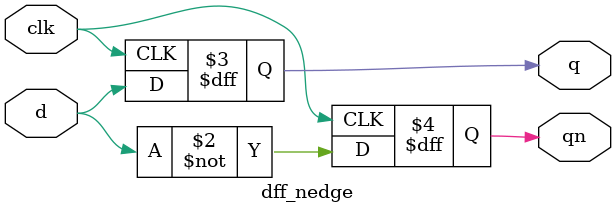
<source format=v>
module dff_nedge(clk, d, q, qn);
    input clk, d;
    output reg q, qn;

    always @(negedge clk) begin
        q <= d;  // Non-blocking assignment for sequential logic
        qn <= ~d;  // Invert d for qn
    end
endmodule
</source>
